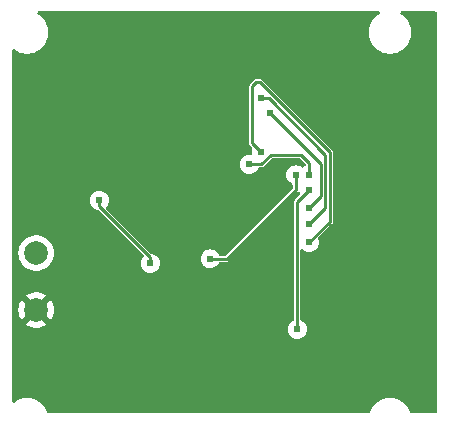
<source format=gbl>
%TF.GenerationSoftware,KiCad,Pcbnew,8.0.0*%
%TF.CreationDate,2024-03-04T00:48:55-06:00*%
%TF.ProjectId,InertialMeasurementUnitBoard,496e6572-7469-4616-9c4d-656173757265,rev?*%
%TF.SameCoordinates,Original*%
%TF.FileFunction,Copper,L2,Bot*%
%TF.FilePolarity,Positive*%
%FSLAX46Y46*%
G04 Gerber Fmt 4.6, Leading zero omitted, Abs format (unit mm)*
G04 Created by KiCad (PCBNEW 8.0.0) date 2024-03-04 00:48:55*
%MOMM*%
%LPD*%
G01*
G04 APERTURE LIST*
%TA.AperFunction,ComponentPad*%
%ADD10C,2.000000*%
%TD*%
%TA.AperFunction,ViaPad*%
%ADD11C,0.610000*%
%TD*%
%TA.AperFunction,Conductor*%
%ADD12C,0.254000*%
%TD*%
G04 APERTURE END LIST*
D10*
%TO.P,GND1,1,1*%
%TO.N,GND*%
X101092000Y-103505000D03*
%TD*%
%TO.P,VDD1,1,1*%
%TO.N,+3.3V*%
X101092000Y-98679000D03*
%TD*%
D11*
%TO.N,GND*%
X114300000Y-105156000D03*
X124206000Y-84963000D03*
X115570000Y-83312000D03*
X114808000Y-92329000D03*
X116586000Y-105156000D03*
X111379000Y-84455000D03*
X124841000Y-100584000D03*
X109947721Y-110142448D03*
X117348000Y-84455000D03*
X111379000Y-89662000D03*
X104825800Y-82854800D03*
%TO.N,/CS_N*%
X124206000Y-93345000D03*
X123190000Y-105156000D03*
%TO.N,/BOOT_N_BUF*%
X106426000Y-94234000D03*
X110744000Y-99568000D03*
%TO.N,/RST_N*%
X115824000Y-99187000D03*
X123063000Y-92075000D03*
%TO.N,/MOSI*%
X120142000Y-90170000D03*
X124206000Y-97790000D03*
%TO.N,/INT_N*%
X124206000Y-92075000D03*
X119126000Y-91186000D03*
%TO.N,/SCLK*%
X120904000Y-86868000D03*
X124206000Y-94869000D03*
%TO.N,/MISO*%
X120142000Y-85598000D03*
X124206000Y-96266000D03*
%TD*%
D12*
%TO.N,GND*%
X116713000Y-84455000D02*
X115570000Y-83312000D01*
X106426000Y-84455000D02*
X104825800Y-82854800D01*
X117348000Y-84455000D02*
X116713000Y-84455000D01*
X114300000Y-105156000D02*
X116586000Y-105156000D01*
X111379000Y-89662000D02*
X111379000Y-84455000D01*
X114300000Y-105790169D02*
X109947721Y-110142448D01*
X111379000Y-84455000D02*
X106426000Y-84455000D01*
X114300000Y-105156000D02*
X114300000Y-105790169D01*
X114046000Y-92329000D02*
X114808000Y-92329000D01*
X111379000Y-89662000D02*
X114046000Y-92329000D01*
%TO.N,/CS_N*%
X123190000Y-94361000D02*
X123190000Y-105156000D01*
X124206000Y-93345000D02*
X123190000Y-94361000D01*
%TO.N,/BOOT_N_BUF*%
X110744000Y-99568000D02*
X110744000Y-99060000D01*
X110744000Y-99060000D02*
X106426000Y-94742000D01*
X106426000Y-94742000D02*
X106426000Y-94234000D01*
%TO.N,/RST_N*%
X123063000Y-93345000D02*
X123063000Y-92075000D01*
X115824000Y-99187000D02*
X117221000Y-99187000D01*
X117221000Y-99187000D02*
X123063000Y-93345000D01*
%TO.N,/MOSI*%
X120077379Y-84251800D02*
X119698621Y-84251800D01*
X119380000Y-84570421D02*
X119380000Y-89408000D01*
X119698621Y-84251800D02*
X119380000Y-84570421D01*
X125933200Y-90107621D02*
X120077379Y-84251800D01*
X124206000Y-97790000D02*
X125933200Y-96062800D01*
X119380000Y-89408000D02*
X120142000Y-90170000D01*
X125933200Y-96062800D02*
X125933200Y-90107621D01*
%TO.N,/INT_N*%
X120994021Y-90359379D02*
X120167400Y-91186000D01*
X120167400Y-91186000D02*
X119126000Y-91186000D01*
X124206000Y-91047421D02*
X123517958Y-90359379D01*
X123517958Y-90359379D02*
X120994021Y-90359379D01*
X124206000Y-92075000D02*
X124206000Y-91047421D01*
%TO.N,/SCLK*%
X125171200Y-93903800D02*
X125171200Y-91135200D01*
X124206000Y-94869000D02*
X125171200Y-93903800D01*
X125171200Y-91135200D02*
X120904000Y-86868000D01*
%TO.N,/MISO*%
X124206000Y-96266000D02*
X125552200Y-94919800D01*
X120777000Y-85598000D02*
X120142000Y-85598000D01*
X125552200Y-94919800D02*
X125552200Y-90373200D01*
X125552200Y-90373200D02*
X120777000Y-85598000D01*
%TD*%
%TA.AperFunction,Conductor*%
%TO.N,GND*%
G36*
X130146852Y-78251685D02*
G01*
X130192607Y-78304489D01*
X130202551Y-78373647D01*
X130173526Y-78437203D01*
X130141815Y-78463385D01*
X130061550Y-78509727D01*
X130061547Y-78509728D01*
X130061542Y-78509732D01*
X129874302Y-78653406D01*
X129874295Y-78653412D01*
X129707412Y-78820295D01*
X129707406Y-78820302D01*
X129563730Y-79007545D01*
X129445719Y-79211943D01*
X129445714Y-79211954D01*
X129355394Y-79430006D01*
X129294306Y-79657989D01*
X129263501Y-79891979D01*
X129263500Y-79891995D01*
X129263500Y-80128004D01*
X129263501Y-80128020D01*
X129294306Y-80362010D01*
X129355394Y-80589993D01*
X129445714Y-80808045D01*
X129445719Y-80808056D01*
X129516677Y-80930957D01*
X129563727Y-81012450D01*
X129563729Y-81012453D01*
X129563730Y-81012454D01*
X129707406Y-81199697D01*
X129707412Y-81199704D01*
X129874295Y-81366587D01*
X129874301Y-81366592D01*
X130061550Y-81510273D01*
X130192918Y-81586118D01*
X130265943Y-81628280D01*
X130265948Y-81628282D01*
X130265951Y-81628284D01*
X130484007Y-81718606D01*
X130711986Y-81779693D01*
X130945989Y-81810500D01*
X130945996Y-81810500D01*
X131182004Y-81810500D01*
X131182011Y-81810500D01*
X131416014Y-81779693D01*
X131643993Y-81718606D01*
X131862049Y-81628284D01*
X132066450Y-81510273D01*
X132253699Y-81366592D01*
X132420592Y-81199699D01*
X132564273Y-81012450D01*
X132682284Y-80808049D01*
X132772606Y-80589993D01*
X132833693Y-80362014D01*
X132864500Y-80128011D01*
X132864500Y-79891989D01*
X132833693Y-79657986D01*
X132772606Y-79430007D01*
X132682284Y-79211951D01*
X132682282Y-79211948D01*
X132682280Y-79211943D01*
X132640118Y-79138918D01*
X132564273Y-79007550D01*
X132420592Y-78820301D01*
X132420587Y-78820295D01*
X132253704Y-78653412D01*
X132253697Y-78653406D01*
X132066457Y-78509732D01*
X132066455Y-78509730D01*
X132066450Y-78509727D01*
X131986185Y-78463385D01*
X131937971Y-78412819D01*
X131924749Y-78344212D01*
X131950717Y-78279348D01*
X132007631Y-78238820D01*
X132048187Y-78232000D01*
X134877000Y-78232000D01*
X134944039Y-78251685D01*
X134989794Y-78304489D01*
X135001000Y-78356000D01*
X135001000Y-112144000D01*
X134981315Y-112211039D01*
X134928511Y-112256794D01*
X134877000Y-112268000D01*
X132885280Y-112268000D01*
X132818241Y-112248315D01*
X132772486Y-112195511D01*
X132770719Y-112191452D01*
X132682288Y-111977959D01*
X132682280Y-111977943D01*
X132640118Y-111904918D01*
X132564273Y-111773550D01*
X132420592Y-111586301D01*
X132420587Y-111586295D01*
X132253704Y-111419412D01*
X132253697Y-111419406D01*
X132066454Y-111275730D01*
X132066453Y-111275729D01*
X132066450Y-111275727D01*
X131984957Y-111228677D01*
X131862056Y-111157719D01*
X131862045Y-111157714D01*
X131643993Y-111067394D01*
X131416010Y-111006306D01*
X131182020Y-110975501D01*
X131182017Y-110975500D01*
X131182011Y-110975500D01*
X130945989Y-110975500D01*
X130945983Y-110975500D01*
X130945979Y-110975501D01*
X130711989Y-111006306D01*
X130484006Y-111067394D01*
X130265954Y-111157714D01*
X130265943Y-111157719D01*
X130061545Y-111275730D01*
X129874302Y-111419406D01*
X129874295Y-111419412D01*
X129707412Y-111586295D01*
X129707406Y-111586302D01*
X129563730Y-111773545D01*
X129445719Y-111977943D01*
X129445711Y-111977959D01*
X129357281Y-112191452D01*
X129313440Y-112245856D01*
X129247146Y-112267921D01*
X129242720Y-112268000D01*
X102151280Y-112268000D01*
X102084241Y-112248315D01*
X102038486Y-112195511D01*
X102036719Y-112191452D01*
X101948288Y-111977959D01*
X101948280Y-111977943D01*
X101906118Y-111904918D01*
X101830273Y-111773550D01*
X101686592Y-111586301D01*
X101686587Y-111586295D01*
X101519704Y-111419412D01*
X101519697Y-111419406D01*
X101332454Y-111275730D01*
X101332453Y-111275729D01*
X101332450Y-111275727D01*
X101250957Y-111228677D01*
X101128056Y-111157719D01*
X101128045Y-111157714D01*
X100909993Y-111067394D01*
X100682010Y-111006306D01*
X100448020Y-110975501D01*
X100448017Y-110975500D01*
X100448011Y-110975500D01*
X100211989Y-110975500D01*
X100211983Y-110975500D01*
X100211979Y-110975501D01*
X99977989Y-111006306D01*
X99750006Y-111067394D01*
X99531954Y-111157714D01*
X99531943Y-111157719D01*
X99327546Y-111275729D01*
X99259485Y-111327954D01*
X99194316Y-111353147D01*
X99125871Y-111339108D01*
X99075882Y-111290294D01*
X99060000Y-111229577D01*
X99060000Y-103505005D01*
X99586859Y-103505005D01*
X99607385Y-103752729D01*
X99607387Y-103752738D01*
X99668412Y-103993717D01*
X99768266Y-104221364D01*
X99868564Y-104374882D01*
X100609037Y-103634409D01*
X100626075Y-103697993D01*
X100691901Y-103812007D01*
X100784993Y-103905099D01*
X100899007Y-103970925D01*
X100962590Y-103987962D01*
X100221942Y-104728609D01*
X100268768Y-104765055D01*
X100268770Y-104765056D01*
X100487385Y-104883364D01*
X100487396Y-104883369D01*
X100722506Y-104964083D01*
X100967707Y-105005000D01*
X101216293Y-105005000D01*
X101461493Y-104964083D01*
X101696603Y-104883369D01*
X101696614Y-104883364D01*
X101915228Y-104765057D01*
X101915231Y-104765055D01*
X101962056Y-104728609D01*
X101221409Y-103987962D01*
X101284993Y-103970925D01*
X101399007Y-103905099D01*
X101492099Y-103812007D01*
X101557925Y-103697993D01*
X101574962Y-103634409D01*
X102315434Y-104374882D01*
X102415731Y-104221369D01*
X102515587Y-103993717D01*
X102576612Y-103752738D01*
X102576614Y-103752729D01*
X102597141Y-103505005D01*
X102597141Y-103504994D01*
X102576614Y-103257270D01*
X102576612Y-103257261D01*
X102515587Y-103016282D01*
X102415731Y-102788630D01*
X102315434Y-102635116D01*
X101574962Y-103375589D01*
X101557925Y-103312007D01*
X101492099Y-103197993D01*
X101399007Y-103104901D01*
X101284993Y-103039075D01*
X101221410Y-103022037D01*
X101962057Y-102281390D01*
X101962056Y-102281389D01*
X101915229Y-102244943D01*
X101696614Y-102126635D01*
X101696603Y-102126630D01*
X101461493Y-102045916D01*
X101216293Y-102005000D01*
X100967707Y-102005000D01*
X100722506Y-102045916D01*
X100487396Y-102126630D01*
X100487390Y-102126632D01*
X100268761Y-102244949D01*
X100221942Y-102281388D01*
X100221942Y-102281390D01*
X100962590Y-103022037D01*
X100899007Y-103039075D01*
X100784993Y-103104901D01*
X100691901Y-103197993D01*
X100626075Y-103312007D01*
X100609037Y-103375589D01*
X99868564Y-102635116D01*
X99768267Y-102788632D01*
X99668412Y-103016282D01*
X99607387Y-103257261D01*
X99607385Y-103257270D01*
X99586859Y-103504994D01*
X99586859Y-103505005D01*
X99060000Y-103505005D01*
X99060000Y-98679005D01*
X99586357Y-98679005D01*
X99606890Y-98926812D01*
X99606892Y-98926824D01*
X99667936Y-99167881D01*
X99767826Y-99395606D01*
X99903833Y-99603782D01*
X99903836Y-99603785D01*
X100072256Y-99786738D01*
X100268491Y-99939474D01*
X100487190Y-100057828D01*
X100722386Y-100138571D01*
X100967665Y-100179500D01*
X101216335Y-100179500D01*
X101461614Y-100138571D01*
X101696810Y-100057828D01*
X101915509Y-99939474D01*
X102111744Y-99786738D01*
X102280164Y-99603785D01*
X102416173Y-99395607D01*
X102516063Y-99167881D01*
X102577108Y-98926821D01*
X102577109Y-98926812D01*
X102597643Y-98679005D01*
X102597643Y-98678994D01*
X102577109Y-98431187D01*
X102577107Y-98431175D01*
X102516063Y-98190118D01*
X102416173Y-97962393D01*
X102280166Y-97754217D01*
X102258557Y-97730744D01*
X102111744Y-97571262D01*
X101915509Y-97418526D01*
X101915507Y-97418525D01*
X101915506Y-97418524D01*
X101696811Y-97300172D01*
X101696802Y-97300169D01*
X101461616Y-97219429D01*
X101216335Y-97178500D01*
X100967665Y-97178500D01*
X100722383Y-97219429D01*
X100487197Y-97300169D01*
X100487188Y-97300172D01*
X100268493Y-97418524D01*
X100072257Y-97571261D01*
X99903833Y-97754217D01*
X99767826Y-97962393D01*
X99667936Y-98190118D01*
X99606892Y-98431175D01*
X99606890Y-98431187D01*
X99586357Y-98678994D01*
X99586357Y-98679005D01*
X99060000Y-98679005D01*
X99060000Y-94234003D01*
X105615403Y-94234003D01*
X105635724Y-94414369D01*
X105635725Y-94414374D01*
X105695677Y-94585706D01*
X105792249Y-94739398D01*
X105792250Y-94739399D01*
X105920601Y-94867750D01*
X106074295Y-94964323D01*
X106245625Y-95024274D01*
X106318285Y-95032460D01*
X106382696Y-95059525D01*
X106392081Y-95067999D01*
X110160785Y-98836702D01*
X110194270Y-98898025D01*
X110189286Y-98967717D01*
X110160787Y-99012063D01*
X110110247Y-99062604D01*
X110013677Y-99216293D01*
X109953725Y-99387625D01*
X109953724Y-99387630D01*
X109933403Y-99567996D01*
X109933403Y-99568003D01*
X109953724Y-99748369D01*
X109953725Y-99748374D01*
X110013677Y-99919706D01*
X110062620Y-99997597D01*
X110110250Y-100073399D01*
X110238601Y-100201750D01*
X110392295Y-100298323D01*
X110563625Y-100358274D01*
X110563630Y-100358275D01*
X110743996Y-100378597D01*
X110744000Y-100378597D01*
X110744004Y-100378597D01*
X110924369Y-100358275D01*
X110924372Y-100358274D01*
X110924375Y-100358274D01*
X111095705Y-100298323D01*
X111249399Y-100201750D01*
X111377750Y-100073399D01*
X111474323Y-99919705D01*
X111534274Y-99748375D01*
X111550565Y-99603785D01*
X111554597Y-99568003D01*
X111554597Y-99567996D01*
X111534275Y-99387630D01*
X111534274Y-99387625D01*
X111474322Y-99216293D01*
X111455918Y-99187003D01*
X115013403Y-99187003D01*
X115033724Y-99367369D01*
X115033725Y-99367374D01*
X115093677Y-99538706D01*
X115190249Y-99692398D01*
X115190250Y-99692399D01*
X115318601Y-99820750D01*
X115472295Y-99917323D01*
X115535599Y-99939474D01*
X115643625Y-99977274D01*
X115643630Y-99977275D01*
X115823996Y-99997597D01*
X115824000Y-99997597D01*
X115824004Y-99997597D01*
X116004369Y-99977275D01*
X116004372Y-99977274D01*
X116004375Y-99977274D01*
X116175705Y-99917323D01*
X116329399Y-99820750D01*
X116457750Y-99692399D01*
X116554323Y-99538705D01*
X116559278Y-99524543D01*
X116600000Y-99467769D01*
X116664953Y-99442022D01*
X116676319Y-99441500D01*
X117271621Y-99441500D01*
X117271623Y-99441500D01*
X117318393Y-99422127D01*
X117365160Y-99402757D01*
X117365161Y-99402755D01*
X117365163Y-99402755D01*
X123231292Y-93536625D01*
X123292613Y-93503142D01*
X123362305Y-93508126D01*
X123418238Y-93549998D01*
X123436012Y-93583352D01*
X123454790Y-93637014D01*
X123458353Y-93706793D01*
X123425430Y-93765651D01*
X123045837Y-94145245D01*
X122974244Y-94216837D01*
X122974242Y-94216839D01*
X122935501Y-94310373D01*
X122935500Y-94310378D01*
X122935500Y-104303681D01*
X122915815Y-104370720D01*
X122863011Y-104416475D01*
X122852460Y-104420720D01*
X122848863Y-104421978D01*
X122838296Y-104425676D01*
X122684601Y-104522249D01*
X122556249Y-104650601D01*
X122459677Y-104804293D01*
X122399725Y-104975625D01*
X122399724Y-104975630D01*
X122379403Y-105155996D01*
X122379403Y-105156003D01*
X122399724Y-105336369D01*
X122399725Y-105336374D01*
X122459677Y-105507706D01*
X122556249Y-105661398D01*
X122556250Y-105661399D01*
X122684601Y-105789750D01*
X122838295Y-105886323D01*
X123009625Y-105946274D01*
X123009630Y-105946275D01*
X123189996Y-105966597D01*
X123190000Y-105966597D01*
X123190004Y-105966597D01*
X123370369Y-105946275D01*
X123370372Y-105946274D01*
X123370375Y-105946274D01*
X123541705Y-105886323D01*
X123695399Y-105789750D01*
X123823750Y-105661399D01*
X123920323Y-105507705D01*
X123980274Y-105336375D01*
X124000597Y-105156000D01*
X123980274Y-104975625D01*
X123920323Y-104804295D01*
X123895667Y-104765056D01*
X123823750Y-104650601D01*
X123695398Y-104522249D01*
X123541703Y-104425676D01*
X123533547Y-104422822D01*
X123527543Y-104420721D01*
X123470769Y-104380000D01*
X123445022Y-104315047D01*
X123444500Y-104303681D01*
X123444500Y-98467011D01*
X123464185Y-98399972D01*
X123516989Y-98354217D01*
X123586147Y-98344273D01*
X123649703Y-98373298D01*
X123656181Y-98379330D01*
X123700601Y-98423750D01*
X123854295Y-98520323D01*
X123948392Y-98553249D01*
X124025625Y-98580274D01*
X124025630Y-98580275D01*
X124205996Y-98600597D01*
X124206000Y-98600597D01*
X124206004Y-98600597D01*
X124386369Y-98580275D01*
X124386372Y-98580274D01*
X124386375Y-98580274D01*
X124557705Y-98520323D01*
X124711399Y-98423750D01*
X124839750Y-98295399D01*
X124936323Y-98141705D01*
X124996274Y-97970375D01*
X124996275Y-97970369D01*
X125016597Y-97790003D01*
X125016597Y-97789996D01*
X124996275Y-97609630D01*
X124996272Y-97609617D01*
X124957209Y-97497983D01*
X124953646Y-97428204D01*
X124986567Y-97369349D01*
X126148955Y-96206963D01*
X126187701Y-96113423D01*
X126187701Y-96012177D01*
X126187701Y-96002188D01*
X126187700Y-96002174D01*
X126187700Y-90056999D01*
X126187698Y-90056994D01*
X126148957Y-89963460D01*
X126070298Y-89884801D01*
X126070291Y-89884795D01*
X120221541Y-84036044D01*
X120221539Y-84036042D01*
X120128005Y-83997301D01*
X120128003Y-83997300D01*
X120128002Y-83997300D01*
X119647998Y-83997300D01*
X119647996Y-83997300D01*
X119647994Y-83997301D01*
X119554460Y-84036042D01*
X119554458Y-84036044D01*
X119482866Y-84107637D01*
X119482865Y-84107638D01*
X119345793Y-84244708D01*
X119218399Y-84372102D01*
X119218395Y-84372108D01*
X119164242Y-84426260D01*
X119125501Y-84519794D01*
X119125500Y-84519799D01*
X119125500Y-89458621D01*
X119125501Y-89458626D01*
X119164242Y-89552160D01*
X119361429Y-89749347D01*
X119394914Y-89810670D01*
X119390790Y-89877982D01*
X119351726Y-89989622D01*
X119351724Y-89989630D01*
X119331403Y-90169996D01*
X119331403Y-90170005D01*
X119340074Y-90246972D01*
X119328019Y-90315794D01*
X119280669Y-90367173D01*
X119213059Y-90384796D01*
X119202972Y-90384074D01*
X119126006Y-90375403D01*
X119125996Y-90375403D01*
X118945630Y-90395724D01*
X118945625Y-90395725D01*
X118774293Y-90455677D01*
X118620601Y-90552249D01*
X118492249Y-90680601D01*
X118395677Y-90834293D01*
X118335725Y-91005625D01*
X118335724Y-91005630D01*
X118315403Y-91185996D01*
X118315403Y-91186003D01*
X118335724Y-91366369D01*
X118335725Y-91366374D01*
X118395677Y-91537706D01*
X118492249Y-91691398D01*
X118492250Y-91691399D01*
X118620601Y-91819750D01*
X118774295Y-91916323D01*
X118945625Y-91976274D01*
X118945630Y-91976275D01*
X119125996Y-91996597D01*
X119126000Y-91996597D01*
X119126004Y-91996597D01*
X119306369Y-91976275D01*
X119306372Y-91976274D01*
X119306375Y-91976274D01*
X119477705Y-91916323D01*
X119631399Y-91819750D01*
X119759750Y-91691399D01*
X119856323Y-91537705D01*
X119861278Y-91523543D01*
X119902000Y-91466769D01*
X119966953Y-91441022D01*
X119978319Y-91440500D01*
X120218021Y-91440500D01*
X120218023Y-91440500D01*
X120264793Y-91421127D01*
X120311560Y-91401757D01*
X120311561Y-91401755D01*
X120311563Y-91401755D01*
X121063120Y-90650198D01*
X121124443Y-90616713D01*
X121150801Y-90613879D01*
X123361178Y-90613879D01*
X123428217Y-90633564D01*
X123448859Y-90650198D01*
X123915181Y-91116519D01*
X123948666Y-91177842D01*
X123951500Y-91204200D01*
X123951500Y-91222681D01*
X123931815Y-91289720D01*
X123879011Y-91335475D01*
X123868460Y-91339720D01*
X123862974Y-91341639D01*
X123854294Y-91344677D01*
X123700471Y-91441330D01*
X123633235Y-91460330D01*
X123568528Y-91441330D01*
X123414706Y-91344677D01*
X123243374Y-91284725D01*
X123243369Y-91284724D01*
X123063004Y-91264403D01*
X123062996Y-91264403D01*
X122882630Y-91284724D01*
X122882625Y-91284725D01*
X122711293Y-91344677D01*
X122557601Y-91441249D01*
X122429249Y-91569601D01*
X122332677Y-91723293D01*
X122272725Y-91894625D01*
X122272724Y-91894630D01*
X122252403Y-92074996D01*
X122252403Y-92075003D01*
X122272724Y-92255369D01*
X122272725Y-92255374D01*
X122332677Y-92426706D01*
X122429249Y-92580398D01*
X122557601Y-92708750D01*
X122711294Y-92805323D01*
X122711297Y-92805324D01*
X122725452Y-92810277D01*
X122782229Y-92850997D01*
X122807978Y-92915949D01*
X122808500Y-92927319D01*
X122808500Y-93188220D01*
X122788815Y-93255259D01*
X122772181Y-93275901D01*
X117151901Y-98896181D01*
X117090578Y-98929666D01*
X117064220Y-98932500D01*
X116676319Y-98932500D01*
X116609280Y-98912815D01*
X116563525Y-98860011D01*
X116559278Y-98849456D01*
X116554323Y-98835295D01*
X116457750Y-98681601D01*
X116329399Y-98553250D01*
X116329398Y-98553249D01*
X116175706Y-98456677D01*
X116004374Y-98396725D01*
X116004369Y-98396724D01*
X115824004Y-98376403D01*
X115823996Y-98376403D01*
X115643630Y-98396724D01*
X115643625Y-98396725D01*
X115472293Y-98456677D01*
X115318601Y-98553249D01*
X115190249Y-98681601D01*
X115093677Y-98835293D01*
X115033725Y-99006625D01*
X115033724Y-99006630D01*
X115013403Y-99186996D01*
X115013403Y-99187003D01*
X111455918Y-99187003D01*
X111377750Y-99062601D01*
X111249398Y-98934249D01*
X111095704Y-98837676D01*
X110924369Y-98777724D01*
X110851713Y-98769538D01*
X110787299Y-98742471D01*
X110777916Y-98733999D01*
X107009214Y-94965296D01*
X106975729Y-94903973D01*
X106980713Y-94834281D01*
X107009213Y-94789935D01*
X107059750Y-94739399D01*
X107156323Y-94585705D01*
X107216274Y-94414375D01*
X107222145Y-94362269D01*
X107236597Y-94234003D01*
X107236597Y-94233996D01*
X107216275Y-94053630D01*
X107216274Y-94053625D01*
X107156322Y-93882293D01*
X107059750Y-93728601D01*
X106931398Y-93600249D01*
X106777706Y-93503677D01*
X106606374Y-93443725D01*
X106606369Y-93443724D01*
X106426004Y-93423403D01*
X106425996Y-93423403D01*
X106245630Y-93443724D01*
X106245625Y-93443725D01*
X106074293Y-93503677D01*
X105920601Y-93600249D01*
X105792249Y-93728601D01*
X105695677Y-93882293D01*
X105635725Y-94053625D01*
X105635724Y-94053630D01*
X105615403Y-94233996D01*
X105615403Y-94234003D01*
X99060000Y-94234003D01*
X99060000Y-81556422D01*
X99079685Y-81489383D01*
X99132489Y-81443628D01*
X99201647Y-81433684D01*
X99259486Y-81458046D01*
X99327550Y-81510273D01*
X99458918Y-81586118D01*
X99531943Y-81628280D01*
X99531948Y-81628282D01*
X99531951Y-81628284D01*
X99750007Y-81718606D01*
X99977986Y-81779693D01*
X100211989Y-81810500D01*
X100211996Y-81810500D01*
X100448004Y-81810500D01*
X100448011Y-81810500D01*
X100682014Y-81779693D01*
X100909993Y-81718606D01*
X101128049Y-81628284D01*
X101332450Y-81510273D01*
X101519699Y-81366592D01*
X101686592Y-81199699D01*
X101830273Y-81012450D01*
X101948284Y-80808049D01*
X102038606Y-80589993D01*
X102099693Y-80362014D01*
X102130500Y-80128011D01*
X102130500Y-79891989D01*
X102099693Y-79657986D01*
X102038606Y-79430007D01*
X101948284Y-79211951D01*
X101948282Y-79211948D01*
X101948280Y-79211943D01*
X101906118Y-79138918D01*
X101830273Y-79007550D01*
X101686592Y-78820301D01*
X101686587Y-78820295D01*
X101519704Y-78653412D01*
X101519697Y-78653406D01*
X101332457Y-78509732D01*
X101332455Y-78509730D01*
X101332450Y-78509727D01*
X101252185Y-78463385D01*
X101203971Y-78412819D01*
X101190749Y-78344212D01*
X101216717Y-78279348D01*
X101273631Y-78238820D01*
X101314187Y-78232000D01*
X130079813Y-78232000D01*
X130146852Y-78251685D01*
G37*
%TD.AperFunction*%
%TD*%
M02*

</source>
